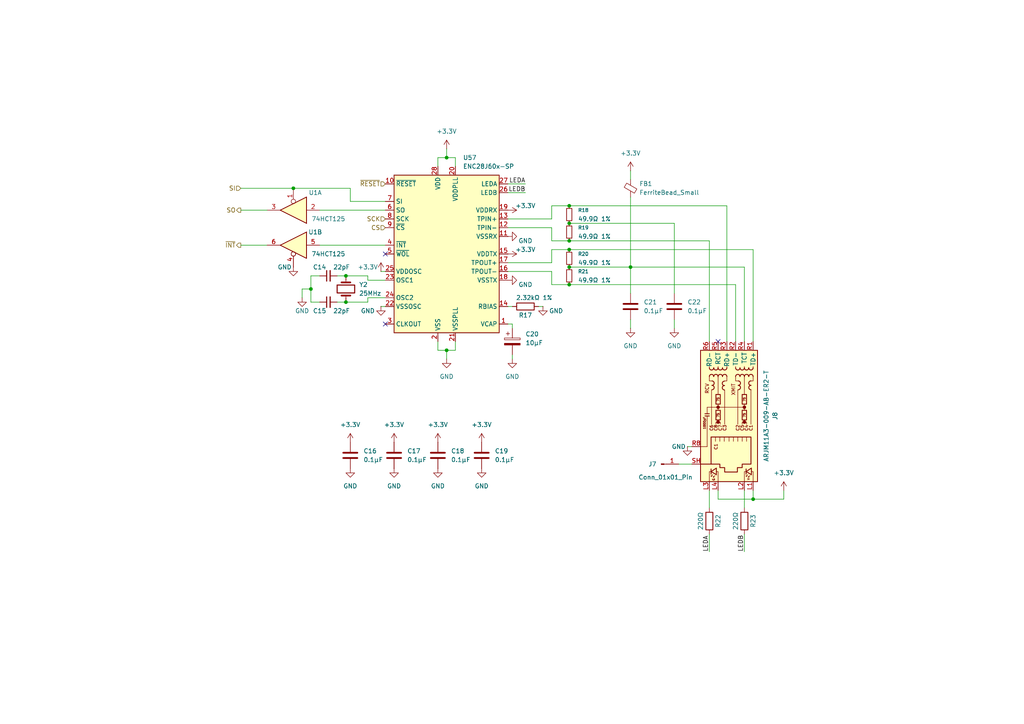
<source format=kicad_sch>
(kicad_sch (version 20250114) (generator "eeschema") (generator_version "9.0")
  (paper "A4")
  (lib_symbols
    (symbol "74xx:74LS125" (pin_names (offset 1.016))
      (property "Reference" "U" (at 0 1.27 0))
      (property "Value" "74LS125" (at 0 -1.27 0))
      (symbol "74LS125_1_0"
        (polyline (pts (xy -3.81 3.81) (xy -3.81 -3.81) (xy 3.81 0) (xy -3.81 3.81)) (stroke (width 0.254)) (fill (type background)))
        (pin input line (at -7.62 0 0) (length 3.81) (name "~") (number "2"))
        (pin input inverted (at 0 -6.35 90) (length 4.445) (name "~") (number "1"))
        (pin tri_state line (at 7.62 0 180) (length 3.81) (name "~") (number "3"))
      )
      (symbol "74LS125_2_0"
        (polyline (pts (xy -3.81 3.81) (xy -3.81 -3.81) (xy 3.81 0) (xy -3.81 3.81)) (stroke (width 0.254)) (fill (type background)))
        (pin input line (at -7.62 0 0) (length 3.81) (name "~") (number "5"))
        (pin input inverted (at 0 -6.35 90) (length 4.445) (name "~") (number "4"))
        (pin tri_state line (at 7.62 0 180) (length 3.81) (name "~") (number "6"))
      )
      (symbol "74LS125_3_0"
        (polyline (pts (xy -3.81 3.81) (xy -3.81 -3.81) (xy 3.81 0) (xy -3.81 3.81)) (stroke (width 0.254)) (fill (type background)))
        (pin input line (at -7.62 0 0) (length 3.81) (name "~") (number "9"))
        (pin input inverted (at 0 -6.35 90) (length 4.445) (name "~") (number "10"))
        (pin tri_state line (at 7.62 0 180) (length 3.81) (name "~") (number "8"))
      )
      (symbol "74LS125_4_0"
        (polyline (pts (xy -3.81 3.81) (xy -3.81 -3.81) (xy 3.81 0) (xy -3.81 3.81)) (stroke (width 0.254)) (fill (type background)))
        (pin input line (at -7.62 0 0) (length 3.81) (name "~") (number "12"))
        (pin input inverted (at 0 -6.35 90) (length 4.445) (name "~") (number "13"))
        (pin tri_state line (at 7.62 0 180) (length 3.81) (name "~") (number "11"))
      )
      (symbol "74LS125_5_0"
        (pin power_in line (at 0 12.7 270) (length 5.08) (name "VCC") (number "14"))
        (pin power_in line (at 0 -12.7 90) (length 5.08) (name "GND") (number "7"))
      )
      (symbol "74LS125_5_1"
        (rectangle (start -5.08 7.62) (end 5.08 -7.62) (stroke (width 0.254)) (fill (type background)))
      )
    )
    (symbol "Connector:Conn_01x01_Pin" (pin_names (offset 1.016) (hide yes))
      (property "Reference" "J" (at 0 2.54 0))
      (property "Value" "Conn_01x01_Pin" (at 0 -2.54 0))
      (symbol "Conn_01x01_Pin_1_1"
        (rectangle (start 0.8636 0.127) (end 0 -0.127) (stroke (width 0.1524)) (fill (type outline)))
        (polyline (pts (xy 1.27 0) (xy 0.8636 0)) (stroke (width 0.1524)))
        (pin passive line (at 5.08 0 180) (length 3.81) (name "Pin_1") (number "1"))
      )
    )
    (symbol "Connector:RJ45_Amphenol_RJMG1BD3B8K1ANR"
      (property "Reference" "J" (at 18.415 10.16 0))
      (property "Value" "RJ45_Amphenol_RJMG1BD3B8K1ANR" (at -19.05 10.16 0))
      (symbol "RJ45_Amphenol_RJMG1BD3B8K1ANR_0_0"
        (circle (center -1.27 5.08) (radius 0.0001) (stroke (width 0.508)))
        (polyline (pts (xy -1.27 5.08) (xy -1.27 -5.715)))
        (circle (center -1.27 -2.54) (radius 0.0001) (stroke (width 0.508)))
        (polyline (pts (xy 0.635 -5.08) (xy 0.635 -6.35)) (stroke (width 0.254)))
        (polyline (pts (xy 1.27 -5.08) (xy 1.27 -6.35)) (stroke (width 0.254)))
        (polyline (pts (xy 3.048 5.08) (xy 2.54 5.08)))
        (circle (center 3.048 5.08) (radius 0.0001) (stroke (width 0.508)))
        (polyline (pts (xy 3.048 -2.54) (xy 2.54 -2.54)))
        (circle (center 3.048 -2.54) (radius 0.0001) (stroke (width 0.508)))
        (polyline (pts (xy 3.683 5.715) (xy 3.048 5.715) (xy 3.048 4.445) (xy 3.683 4.445)))
        (polyline (pts (xy 3.683 -1.905) (xy 3.048 -1.905) (xy 3.048 -3.175) (xy 3.683 -3.175)))
        (polyline (pts (xy 17.399 7.112) (xy 17.399 7.62) (xy 20.32 7.62)))
        (polyline (pts (xy 17.399 -3.048) (xy 17.399 -2.54) (xy 20.32 -2.54)))
        (polyline (pts (xy 20.32 5.08) (xy 17.399 5.08) (xy 17.399 5.588)))
        (polyline (pts (xy 20.32 -5.08) (xy 17.399 -5.08) (xy 17.399 -4.572)))
        (text "XMIT" (at -8.255 1.905 0) (effects (font (size 1.016 1.016)) (justify left)))
        (text "RCV" (at -8.255 -5.715 0) (effects (font (size 1.016 1.016)) (justify left)))
        (text "C1" (at 4.699 6.985 0) (effects (font (size 0.889 0.889))))
        (text "C4" (at 4.699 5.715 0) (effects (font (size 0.889 0.889))))
        (text "C5" (at 4.699 4.445 0) (effects (font (size 0.889 0.889))))
        (text "C2" (at 4.699 3.175 0) (effects (font (size 0.889 0.889))))
        (text "C3" (at 4.699 -0.635 0) (effects (font (size 0.889 0.889))))
        (text "C7" (at 4.699 -1.905 0) (effects (font (size 0.889 0.889))))
        (text "C8" (at 4.699 -3.175 0) (effects (font (size 0.889 0.889))))
        (text "C6" (at 4.699 -4.445 0) (effects (font (size 0.889 0.889))))
        (text "C1" (at 10.16 -3.175 0) (effects (font (size 0.889 0.889))))
      )
      (symbol "RJ45_Amphenol_RJMG1BD3B8K1ANR_0_1"
        (rectangle (start -17.78 8.89) (end 20.32 -7.62) (stroke (width 0.254)) (fill (type background)))
        (polyline (pts (xy -12.7 7.62) (xy -13.081 7.62)))
        (polyline (pts (xy -12.7 5.08) (xy -13.081 5.08)))
        (polyline (pts (xy -12.7 2.54) (xy -13.081 2.54)))
        (polyline (pts (xy -12.7 0) (xy -13.081 0)))
        (polyline (pts (xy -12.7 -2.54) (xy -13.081 -2.54)))
        (polyline (pts (xy -12.7 -5.08) (xy -13.081 -5.08)))
        (polyline (pts (xy -10.16 7.62) (xy -8.89 7.62) (xy -8.89 6.985)))
        (polyline (pts (xy -10.16 0) (xy -8.89 0) (xy -8.89 -0.635)))
        (polyline (pts (xy -8.89 3.175) (xy -8.89 2.54) (xy -10.16 2.54)))
        (polyline (pts (xy -8.89 -4.445) (xy -8.89 -5.08) (xy -10.16 -5.08)))
        (polyline (pts (xy -6.35 6.985) (xy 3.683 6.985)))
        (polyline (pts (xy -6.35 3.175) (xy 3.683 3.175)))
        (polyline (pts (xy -6.35 -4.445) (xy 3.683 -4.445)))
        (polyline (pts (xy -6.223 -0.635) (xy 3.683 -0.635)))
        (polyline (pts (xy -5.08 -2.54) (xy -10.16 -2.54)))
        (polyline (pts (xy -4.953 5.08) (xy -10.16 5.08)))
        (polyline (pts (xy -2.159 5.08) (xy -0.381 5.08)))
        (polyline (pts (xy -2.159 -2.54) (xy -0.381 -2.54)))
        (polyline (pts (xy 0.635 -5.715) (xy -1.27 -5.715)))
        (polyline (pts (xy 7.366 3.175) (xy 8.636 3.175)))
        (polyline (pts (xy 7.366 1.905) (xy 8.636 1.905)))
        (polyline (pts (xy 7.366 0.635) (xy 8.636 0.635)))
        (polyline (pts (xy 7.366 -0.762) (xy 8.636 -0.762)))
        (polyline (pts (xy 7.366 -2.032) (xy 8.636 -2.032)))
        (polyline (pts (xy 8.636 5.715) (xy 7.366 5.715)))
        (polyline (pts (xy 8.636 4.445) (xy 7.366 4.445)))
        (polyline (pts (xy 8.636 -3.302) (xy 7.366 -3.302)))
        (polyline (pts (xy 10.16 -5.715) (xy 1.27 -5.715)))
        (polyline (pts (xy 10.16 -5.715) (xy 10.16 -7.62)))
      )
      (symbol "RJ45_Amphenol_RJMG1BD3B8K1ANR_1_0"
        (text "1000pF" (at 3.302 -6.477 0) (effects (font (size 0.635 0.635))))
      )
      (symbol "RJ45_Amphenol_RJMG1BD3B8K1ANR_1_1"
        (arc (start -12.7 0) (mid -12.0677 -0.635) (end -12.7 -1.27) (stroke (width 0.254)))
        (arc (start -12.6973 7.62) (mid -12.065 6.985) (end -12.6973 6.35) (stroke (width 0.254)))
        (arc (start -12.6973 -1.27) (mid -12.065 -1.905) (end -12.6973 -2.54) (stroke (width 0.254)))
        (arc (start -12.6973 -2.54) (mid -12.065 -3.175) (end -12.6973 -3.81) (stroke (width 0.254)))
        (arc (start -12.6973 -3.81) (mid -12.065 -4.445) (end -12.6973 -5.08) (stroke (width 0.254)))
        (arc (start -12.6946 6.35) (mid -12.0623 5.715) (end -12.6946 5.08) (stroke (width 0.254)))
        (arc (start -12.6946 5.08) (mid -12.0623 4.445) (end -12.6946 3.81) (stroke (width 0.254)))
        (arc (start -12.6946 3.81) (mid -12.0623 3.175) (end -12.6946 2.54) (stroke (width 0.254)))
        (arc (start -10.1654 6.35) (mid -10.7977 6.985) (end -10.1654 7.62) (stroke (width 0.254)))
        (arc (start -10.1654 5.08) (mid -10.7977 5.715) (end -10.1654 6.35) (stroke (width 0.254)))
        (arc (start -10.1654 3.81) (mid -10.7977 4.445) (end -10.1654 5.08) (stroke (width 0.254)))
        (arc (start -10.1654 -1.27) (mid -10.7977 -0.635) (end -10.1654 0) (stroke (width 0.254)))
        (arc (start -10.1654 -2.54) (mid -10.7977 -1.905) (end -10.1654 -1.27) (stroke (width 0.254)))
        (arc (start -10.1654 -3.81) (mid -10.7977 -3.175) (end -10.1654 -2.54) (stroke (width 0.254)))
        (arc (start -10.1627 2.54) (mid -10.795 3.175) (end -10.1627 3.81) (stroke (width 0.254)))
        (arc (start -10.1627 -5.08) (mid -10.795 -4.445) (end -10.1627 -3.81) (stroke (width 0.254)))
        (arc (start -7.62 6.9823) (mid -8.255 6.35) (end -8.89 6.9823) (stroke (width 0.254)))
        (arc (start -8.89 3.3047) (mid -8.255 3.937) (end -7.62 3.3047) (stroke (width 0.254)))
        (arc (start -8.89 -4.3153) (mid -8.255 -3.683) (end -7.62 -4.3153) (stroke (width 0.254)))
        (arc (start -7.5565 -0.7012) (mid -8.1915 -1.3335) (end -8.8265 -0.7012) (stroke (width 0.254)))
        (arc (start -6.35 6.985) (mid -6.985 6.3527) (end -7.62 6.985) (stroke (width 0.254)))
        (arc (start -7.62 3.3074) (mid -6.985 3.9397) (end -6.35 3.3074) (stroke (width 0.254)))
        (arc (start -7.62 -4.3126) (mid -6.985 -3.6803) (end -6.35 -4.3126) (stroke (width 0.254)))
        (arc (start -6.2865 -0.6985) (mid -6.9215 -1.3308) (end -7.5565 -0.6985) (stroke (width 0.254)))
        (rectangle (start -4.953 5.715) (end -2.159 4.445) (stroke (width 0.254)))
        (rectangle (start -4.953 -1.905) (end -2.159 -3.175) (stroke (width 0.254)))
        (rectangle (start -0.381 5.715) (end 2.413 4.445) (stroke (width 0.254)))
        (rectangle (start -0.381 -1.905) (end 2.413 -3.175) (stroke (width 0.254)))
        (polyline (pts (xy 7.366 -4.572) (xy 7.366 6.985) (xy 15.24 6.985) (xy 15.24 4.445) (xy 16.256 4.445) (xy 16.256 3.048) (xy 17.526 3.048) (xy 17.526 -0.635) (xy 16.256 -0.635) (xy 16.256 -2.032) (xy 15.24 -2.032) (xy 15.24 -4.572) (xy 7.366 -4.572)) (stroke (width 0.254)))
        (polyline (pts (xy 15.24 -7.62) (xy 15.24 -4.572)) (stroke (width 0.254)))
        (polyline (pts (xy 18.161 5.588) (xy 16.637 5.588)) (stroke (width 0.254)))
        (polyline (pts (xy 18.161 -4.572) (xy 16.637 -4.572)) (stroke (width 0.254)))
        (polyline (pts (xy 18.288 7.112) (xy 16.383 7.112) (xy 17.399 5.588) (xy 18.288 7.112)) (stroke (width 0.254)))
        (polyline (pts (xy 18.288 6.096) (xy 18.796 5.588) (xy 18.542 5.588)))
        (polyline (pts (xy 18.288 -3.048) (xy 16.383 -3.048) (xy 17.399 -4.572) (xy 18.288 -3.048)) (stroke (width 0.254)))
        (polyline (pts (xy 18.288 -4.064) (xy 18.796 -4.572) (xy 18.542 -4.572)))
        (polyline (pts (xy 18.542 6.731) (xy 19.05 6.223) (xy 18.796 6.223)))
        (polyline (pts (xy 18.542 -3.429) (xy 19.05 -3.937) (xy 18.796 -3.937)))
        (polyline (pts (xy 18.796 5.588) (xy 18.796 5.842)))
        (polyline (pts (xy 18.796 -4.572) (xy 18.796 -4.318)))
        (polyline (pts (xy 19.05 6.223) (xy 19.05 6.477)))
        (polyline (pts (xy 19.05 -3.937) (xy 19.05 -3.683)))
        (text "75" (at -3.556 5.08 0) (effects (font (size 0.635 0.635))))
        (text "75" (at -3.556 -2.54 0) (effects (font (size 0.635 0.635))))
        (text "75" (at 1.016 5.08 0) (effects (font (size 0.635 0.635))))
        (text "75" (at 1.016 -2.54 0) (effects (font (size 0.635 0.635))))
        (text "Y" (at 19.558 6.35 0) (effects (font (size 0.635 0.635))))
        (text "G" (at 19.685 -3.81 0) (effects (font (size 0.635 0.635))))
        (pin passive line (at -20.32 7.62 0) (length 2.54) (name "TD+") (number "R1"))
        (pin passive line (at -20.32 5.08 0) (length 2.54) (name "TCT") (number "R4"))
        (pin passive line (at -20.32 2.54 0) (length 2.54) (name "TD-") (number "R2"))
        (pin passive line (at -20.32 0 0) (length 2.54) (name "RD+") (number "R3"))
        (pin passive line (at -20.32 -2.54 0) (length 2.54) (name "RCT") (number "R5"))
        (pin passive line (at -20.32 -5.08 0) (length 2.54) (name "RD-") (number "R6"))
        (pin power_in line (at 10.16 -10.16 90) (length 2.54) (name "") (number "R8"))
        (pin passive line (at 15.24 -10.16 90) (length 2.54) (name "") (number "SH"))
        (pin no_connect line (at 20.32 0 0) (length 0) (hide yes) (name "NC") (number "R7"))
        (pin passive line (at 22.86 7.62 180) (length 2.54) (name "") (number "L1"))
        (pin passive line (at 22.86 5.08 180) (length 2.54) (name "") (number "L2"))
        (pin passive line (at 22.86 -2.54 180) (length 2.54) (name "") (number "L4"))
        (pin passive line (at 22.86 -5.08 180) (length 2.54) (name "") (number "L3"))
      )
    )
    (symbol "Device:C" (pin_numbers (hide yes)) (pin_names (offset 0.254))
      (property "Reference" "C" (at 0.635 2.54 0))
      (property "Value" "C" (at 0.635 -2.54 0))
      (symbol "C_0_1"
        (polyline (pts (xy -2.032 0.762) (xy 2.032 0.762)) (stroke (width 0.508)))
        (polyline (pts (xy -2.032 -0.762) (xy 2.032 -0.762)) (stroke (width 0.508)))
      )
      (symbol "C_1_1"
        (pin passive line (at 0 3.81 270) (length 2.794) (name "~") (number "1"))
        (pin passive line (at 0 -3.81 90) (length 2.794) (name "~") (number "2"))
      )
    )
    (symbol "Device:C_Polarized" (pin_numbers (hide yes)) (pin_names (offset 0.254))
      (property "Reference" "C" (at 0.635 2.54 0))
      (property "Value" "C_Polarized" (at 0.635 -2.54 0))
      (symbol "C_Polarized_0_1"
        (rectangle (start -2.286 0.508) (end 2.286 1.016))
        (polyline (pts (xy -1.778 2.286) (xy -0.762 2.286)))
        (polyline (pts (xy -1.27 2.794) (xy -1.27 1.778)))
        (rectangle (start 2.286 -0.508) (end -2.286 -1.016) (fill (type outline)))
      )
      (symbol "C_Polarized_1_1"
        (pin passive line (at 0 3.81 270) (length 2.794) (name "~") (number "1"))
        (pin passive line (at 0 -3.81 90) (length 2.794) (name "~") (number "2"))
      )
    )
    (symbol "Device:C_Small" (pin_numbers (hide yes)) (pin_names (offset 0.254) (hide yes))
      (property "Reference" "C" (at 0.254 1.778 0))
      (property "Value" "C_Small" (at 0.254 -2.032 0))
      (symbol "C_Small_0_1"
        (polyline (pts (xy -1.524 0.508) (xy 1.524 0.508)) (stroke (width 0.3048)))
        (polyline (pts (xy -1.524 -0.508) (xy 1.524 -0.508)) (stroke (width 0.3302)))
      )
      (symbol "C_Small_1_1"
        (pin passive line (at 0 2.54 270) (length 2.032) (name "~") (number "1"))
        (pin passive line (at 0 -2.54 90) (length 2.032) (name "~") (number "2"))
      )
    )
    (symbol "Device:Crystal" (pin_numbers (hide yes)) (pin_names (offset 1.016) (hide yes))
      (property "Reference" "Y" (at 0 3.81 0))
      (property "Value" "Crystal" (at 0 -3.81 0))
      (symbol "Crystal_0_1"
        (polyline (pts (xy -2.54 0) (xy -1.905 0)))
        (polyline (pts (xy -1.905 -1.27) (xy -1.905 1.27)) (stroke (width 0.508)))
        (rectangle (start -1.143 2.54) (end 1.143 -2.54) (stroke (width 0.3048)))
        (polyline (pts (xy 1.905 -1.27) (xy 1.905 1.27)) (stroke (width 0.508)))
        (polyline (pts (xy 2.54 0) (xy 1.905 0)))
      )
      (symbol "Crystal_1_1"
        (pin passive line (at -3.81 0 0) (length 1.27) (name "1") (number "1"))
        (pin passive line (at 3.81 0 180) (length 1.27) (name "2") (number "2"))
      )
    )
    (symbol "Device:FerriteBead_Small" (pin_numbers (hide yes)) (pin_names (offset 0))
      (property "Reference" "FB" (at 1.905 1.27 0))
      (property "Value" "FerriteBead_Small" (at 1.905 -1.27 0))
      (symbol "FerriteBead_Small_0_1"
        (polyline (pts (xy -1.8288 0.2794) (xy -1.1176 1.4986) (xy 1.8288 -0.2032) (xy 1.1176 -1.4224) (xy -1.8288 0.2794)))
        (polyline (pts (xy 0 0.889) (xy 0 1.2954)))
        (polyline (pts (xy 0 -1.27) (xy 0 -0.7874)))
      )
      (symbol "FerriteBead_Small_1_1"
        (pin passive line (at 0 2.54 270) (length 1.27) (name "~") (number "1"))
        (pin passive line (at 0 -2.54 90) (length 1.27) (name "~") (number "2"))
      )
    )
    (symbol "Device:R" (pin_numbers (hide yes)) (pin_names (offset 0))
      (property "Reference" "R" (at 2.032 0 90))
      (property "Value" "R" (at 0 0 90))
      (symbol "R_0_1"
        (rectangle (start -1.016 -2.54) (end 1.016 2.54) (stroke (width 0.254)))
      )
      (symbol "R_1_1"
        (pin passive line (at 0 3.81 270) (length 1.27) (name "~") (number "1"))
        (pin passive line (at 0 -3.81 90) (length 1.27) (name "~") (number "2"))
      )
    )
    (symbol "Device:R_Small" (pin_numbers (hide yes)) (pin_names (offset 0.254) (hide yes))
      (property "Reference" "R" (at 0 0 90))
      (property "Value" "R_Small" (at 1.778 0 90))
      (symbol "R_Small_0_1"
        (rectangle (start -0.762 1.778) (end 0.762 -1.778) (stroke (width 0.2032)))
      )
      (symbol "R_Small_1_1"
        (pin passive line (at 0 2.54 270) (length 0.762) (name "~") (number "1"))
        (pin passive line (at 0 -2.54 90) (length 0.762) (name "~") (number "2"))
      )
    )
    (symbol "Interface_Ethernet:ENC28J60x-SP"
      (property "Reference" "U" (at -13.97 24.13 0))
      (property "Value" "ENC28J60x-SP" (at 5.08 24.13 0))
      (symbol "ENC28J60x-SP_0_1"
        (rectangle (start -15.24 22.86) (end 15.24 -22.86) (stroke (width 0.254)) (fill (type background)))
      )
      (symbol "ENC28J60x-SP_1_1"
        (pin input line (at -17.78 20.32 0) (length 2.54) (name "~{RESET}") (number "10"))
        (pin input line (at -17.78 15.24 0) (length 2.54) (name "SI") (number "7"))
        (pin output line (at -17.78 12.7 0) (length 2.54) (name "SO") (number "6"))
        (pin input line (at -17.78 10.16 0) (length 2.54) (name "SCK") (number "8"))
        (pin input line (at -17.78 7.62 0) (length 2.54) (name "~{CS}") (number "9"))
        (pin output line (at -17.78 2.54 0) (length 2.54) (name "~{INT}") (number "4"))
        (pin output line (at -17.78 0 0) (length 2.54) (name "~{WOL}") (number "5"))
        (pin power_in line (at -17.78 -5.08 0) (length 2.54) (name "VDDOSC") (number "25"))
        (pin input line (at -17.78 -7.62 0) (length 2.54) (name "OSC1") (number "23"))
        (pin input line (at -17.78 -12.7 0) (length 2.54) (name "OSC2") (number "24"))
        (pin power_in line (at -17.78 -15.24 0) (length 2.54) (name "VSSOSC") (number "22"))
        (pin output line (at -17.78 -20.32 0) (length 2.54) (name "CLKOUT") (number "3"))
        (pin power_in line (at -2.54 25.4 270) (length 2.54) (name "VDD") (number "28"))
        (pin power_in line (at -2.54 -25.4 90) (length 2.54) (name "VSS") (number "2"))
        (pin power_in line (at 2.54 25.4 270) (length 2.54) (name "VDDPLL") (number "20"))
        (pin power_in line (at 2.54 -25.4 90) (length 2.54) (name "VSSPLL") (number "21"))
        (pin output line (at 17.78 20.32 180) (length 2.54) (name "LEDA") (number "27"))
        (pin output line (at 17.78 17.78 180) (length 2.54) (name "LEDB") (number "26"))
        (pin power_in line (at 17.78 12.7 180) (length 2.54) (name "VDDRX") (number "19"))
        (pin input line (at 17.78 10.16 180) (length 2.54) (name "TPIN+") (number "13"))
        (pin input line (at 17.78 7.62 180) (length 2.54) (name "TPIN-") (number "12"))
        (pin power_in line (at 17.78 5.08 180) (length 2.54) (name "VSSRX") (number "11"))
        (pin power_in line (at 17.78 0 180) (length 2.54) (name "VDDTX") (number "15"))
        (pin output line (at 17.78 -2.54 180) (length 2.54) (name "TPOUT+") (number "17"))
        (pin output line (at 17.78 -5.08 180) (length 2.54) (name "TPOUT-") (number "16"))
        (pin power_in line (at 17.78 -7.62 180) (length 2.54) (name "VSSTX") (number "18"))
        (pin input line (at 17.78 -15.24 180) (length 2.54) (name "RBIAS") (number "14"))
        (pin input line (at 17.78 -20.32 180) (length 2.54) (name "VCAP") (number "1"))
      )
    )
    (symbol "power:+3.3V" (power) (pin_numbers (hide yes)) (pin_names (offset 0) (hide yes))
      (property "Value" "+3.3V" (at 0 3.556 0))
      (symbol "+3.3V_0_1"
        (polyline (pts (xy -0.762 1.27) (xy 0 2.54)))
        (polyline (pts (xy 0 2.54) (xy 0.762 1.27)))
        (polyline (pts (xy 0 0) (xy 0 2.54)))
      )
      (symbol "+3.3V_1_1"
        (pin power_in line (at 0 0 90) (length 0) (name "~") (number "1"))
      )
    )
    (symbol "power:GND" (power) (pin_numbers (hide yes)) (pin_names (offset 0) (hide yes))
      (property "Value" "GND" (at 0 -3.81 0))
      (symbol "GND_0_1"
        (polyline (pts (xy 0 0) (xy 0 -1.27) (xy 1.27 -1.27) (xy 0 -2.54) (xy -1.27 -1.27) (xy 0 -1.27)))
      )
      (symbol "GND_1_1"
        (pin power_in line (at 0 0 270) (length 0) (name "~") (number "1"))
      )
    )
  )
  (junction (at 85.09 54.61))
  (junction (at 182.88 77.47))
  (junction (at 90.17 83.82))
  (junction (at 165.1 59.69))
  (junction (at 165.1 72.39))
  (junction (at 100.33 80.01))
  (junction (at 129.54 101.6))
  (junction (at 129.54 45.72))
  (junction (at 165.1 69.85))
  (junction (at 218.44 144.78))
  (junction (at 165.1 77.47))
  (junction (at 100.33 87.63))
  (junction (at 165.1 82.55))
  (junction (at 165.1 64.77))
  (no_connect (at 208.28 99.06))
  (no_connect (at 111.76 73.66))
  (no_connect (at 111.76 93.98))
  (wire (pts (xy 90.17 83.82) (xy 90.17 80.01)))
  (wire (pts (xy 147.32 63.5) (xy 160.02 63.5)))
  (wire (pts (xy 182.88 57.15) (xy 182.88 77.47)))
  (wire (pts (xy 160.02 78.74) (xy 160.02 82.55)))
  (wire (pts (xy 132.08 101.6) (xy 132.08 99.06)))
  (wire (pts (xy 106.68 81.28) (xy 106.68 80.01)))
  (wire (pts (xy 213.36 82.55) (xy 213.36 99.06)))
  (wire (pts (xy 90.17 83.82) (xy 87.63 83.82)))
  (wire (pts (xy 129.54 101.6) (xy 132.08 101.6)))
  (wire (pts (xy 165.1 69.85) (xy 205.74 69.85)))
  (wire (pts (xy 101.6 54.61) (xy 101.6 58.42)))
  (wire (pts (xy 87.63 83.82) (xy 87.63 86.36)))
  (wire (pts (xy 218.44 144.78) (xy 208.28 144.78)))
  (wire (pts (xy 148.59 102.87) (xy 148.59 104.14)))
  (wire (pts (xy 160.02 69.85) (xy 165.1 69.85)))
  (wire (pts (xy 111.76 81.28) (xy 106.68 81.28)))
  (wire (pts (xy 110.49 88.9) (xy 111.76 88.9)))
  (wire (pts (xy 227.33 144.78) (xy 218.44 144.78)))
  (wire (pts (xy 199.39 129.54) (xy 200.66 129.54)))
  (wire (pts (xy 101.6 58.42) (xy 111.76 58.42)))
  (wire (pts (xy 165.1 77.47) (xy 182.88 77.47)))
  (wire (pts (xy 147.32 93.98) (xy 148.59 93.98)))
  (wire (pts (xy 69.85 60.96) (xy 77.47 60.96)))
  (wire (pts (xy 208.28 144.78) (xy 208.28 142.24)))
  (wire (pts (xy 106.68 86.36) (xy 106.68 87.63)))
  (wire (pts (xy 92.71 60.96) (xy 111.76 60.96)))
  (wire (pts (xy 210.82 59.69) (xy 210.82 99.06)))
  (wire (pts (xy 106.68 87.63) (xy 100.33 87.63)))
  (wire (pts (xy 127 45.72) (xy 129.54 45.72)))
  (wire (pts (xy 90.17 80.01) (xy 92.71 80.01)))
  (wire (pts (xy 160.02 72.39) (xy 165.1 72.39)))
  (wire (pts (xy 110.49 78.74) (xy 111.76 78.74)))
  (wire (pts (xy 147.32 78.74) (xy 160.02 78.74)))
  (wire (pts (xy 182.88 92.71) (xy 182.88 95.25)))
  (wire (pts (xy 215.9 77.47) (xy 215.9 99.06)))
  (wire (pts (xy 85.09 54.61) (xy 101.6 54.61)))
  (wire (pts (xy 129.54 43.18) (xy 129.54 45.72)))
  (wire (pts (xy 160.02 76.2) (xy 160.02 72.39)))
  (wire (pts (xy 127 99.06) (xy 127 101.6)))
  (wire (pts (xy 196.85 134.62) (xy 200.66 134.62)))
  (wire (pts (xy 147.32 66.04) (xy 160.02 66.04)))
  (wire (pts (xy 215.9 142.24) (xy 215.9 147.32)))
  (wire (pts (xy 92.71 71.12) (xy 111.76 71.12)))
  (wire (pts (xy 129.54 45.72) (xy 132.08 45.72)))
  (wire (pts (xy 132.08 45.72) (xy 132.08 48.26)))
  (wire (pts (xy 160.02 82.55) (xy 165.1 82.55)))
  (wire (pts (xy 111.76 86.36) (xy 106.68 86.36)))
  (wire (pts (xy 148.59 88.9) (xy 147.32 88.9)))
  (wire (pts (xy 97.79 80.01) (xy 100.33 80.01)))
  (wire (pts (xy 182.88 49.53) (xy 182.88 52.07)))
  (wire (pts (xy 195.58 92.71) (xy 195.58 95.25)))
  (wire (pts (xy 182.88 77.47) (xy 182.88 85.09)))
  (wire (pts (xy 92.71 87.63) (xy 90.17 87.63)))
  (wire (pts (xy 127 48.26) (xy 127 45.72)))
  (wire (pts (xy 205.74 142.24) (xy 205.74 147.32)))
  (wire (pts (xy 90.17 87.63) (xy 90.17 83.82)))
  (wire (pts (xy 227.33 142.24) (xy 227.33 144.78)))
  (wire (pts (xy 165.1 72.39) (xy 218.44 72.39)))
  (wire (pts (xy 182.88 77.47) (xy 215.9 77.47)))
  (wire (pts (xy 147.32 55.88) (xy 152.4 55.88)))
  (wire (pts (xy 69.85 71.12) (xy 77.47 71.12)))
  (wire (pts (xy 127 101.6) (xy 129.54 101.6)))
  (wire (pts (xy 106.68 80.01) (xy 100.33 80.01)))
  (wire (pts (xy 215.9 154.94) (xy 215.9 160.02)))
  (wire (pts (xy 148.59 93.98) (xy 148.59 95.25)))
  (wire (pts (xy 218.44 72.39) (xy 218.44 99.06)))
  (wire (pts (xy 195.58 64.77) (xy 195.58 85.09)))
  (wire (pts (xy 160.02 63.5) (xy 160.02 59.69)))
  (wire (pts (xy 160.02 66.04) (xy 160.02 69.85)))
  (wire (pts (xy 165.1 64.77) (xy 195.58 64.77)))
  (wire (pts (xy 147.32 53.34) (xy 152.4 53.34)))
  (wire (pts (xy 97.79 87.63) (xy 100.33 87.63)))
  (wire (pts (xy 165.1 59.69) (xy 210.82 59.69)))
  (wire (pts (xy 69.85 54.61) (xy 85.09 54.61)))
  (wire (pts (xy 165.1 82.55) (xy 213.36 82.55)))
  (wire (pts (xy 160.02 59.69) (xy 165.1 59.69)))
  (wire (pts (xy 129.54 101.6) (xy 129.54 104.14)))
  (wire (pts (xy 205.74 69.85) (xy 205.74 99.06)))
  (wire (pts (xy 218.44 144.78) (xy 218.44 142.24)))
  (wire (pts (xy 147.32 76.2) (xy 160.02 76.2)))
  (wire (pts (xy 157.48 88.9) (xy 156.21 88.9)))
  (wire (pts (xy 205.74 154.94) (xy 205.74 160.02)))
  (label "LEDA" (at 152.4 53.34 180))
  (label "LEDB" (at 215.9 160.02 90))
  (label "LEDB" (at 152.4 55.88 180))
  (label "LEDA" (at 205.74 160.02 90))
  (hierarchical_label "SI" (shape input) (at 69.85 54.61 180))
  (hierarchical_label "~{RESET}" (shape input) (at 111.76 53.34 180))
  (hierarchical_label "~{INT}" (shape output) (at 69.85 71.12 180))
  (hierarchical_label "CS" (shape input) (at 111.76 66.04 180))
  (hierarchical_label "SCK" (shape input) (at 111.76 63.5 180))
  (hierarchical_label "SO" (shape output) (at 69.85 60.96 180))
  (symbol (lib_id "power:+3.3V") (at 127 128.27 0) (unit 1)
    (property "Reference" "#PWR0227" (effects (hide yes)))
    (property "Value" "+3.3V" (at 127 123.19 0))
    (property "Description" "Power symbol creates a global label with name \"+3.3V\"" (effects (hide yes)))
  )
  (symbol (lib_id "power:GND") (at 87.63 86.36 0) (unit 1)
    (property "Reference" "#PWR0220" (effects (hide yes)))
    (property "Value" "GND" (at 87.63 90.17 0))
    (property "Description" "Power symbol creates a global label with name \"GND\" , ground" (effects (hide yes)))
  )
  (symbol (lib_id "power:GND") (at 101.6 135.89 0) (unit 1)
    (property "Reference" "#PWR0222" (effects (hide yes)))
    (property "Value" "GND" (at 101.6 140.97 0))
    (property "Description" "Power symbol creates a global label with name \"GND\" , ground" (effects (hide yes)))
  )
  (symbol (lib_id "power:GND") (at 114.3 135.89 0) (unit 1)
    (property "Reference" "#PWR0226" (effects (hide yes)))
    (property "Value" "GND" (at 114.3 140.97 0))
    (property "Description" "Power symbol creates a global label with name \"GND\" , ground" (effects (hide yes)))
  )
  (symbol (lib_id "power:+3.3V") (at 147.32 60.96 270) (mirror x) (unit 1)
    (property "Reference" "#PWR0233" (effects (hide yes)))
    (property "Value" "+3.3V" (at 152.4 59.69 90))
    (property "Description" "Power symbol creates a global label with name \"+3.3V\"" (effects (hide yes)))
  )
  (symbol (lib_id "power:GND") (at 110.49 88.9 0) (unit 1)
    (property "Reference" "#PWR0224" (effects (hide yes)))
    (property "Value" "GND" (at 106.68 90.17 0))
    (property "Description" "Power symbol creates a global label with name \"GND\" , ground" (effects (hide yes)))
  )
  (symbol (lib_id "Device:C") (at 101.6 132.08 0) (unit 1)
    (property "Reference" "C16" (at 105.41 130.81 0) (effects (justify left)))
    (property "Value" "0.1µF" (at 105.41 133.35 0) (effects (justify left)))
    (property "Description" "Unpolarized capacitor" (effects (hide yes)))
  )
  (symbol (lib_id "Device:R_Small") (at 165.1 74.93 0) (unit 1)
    (property "Reference" "R20" (at 167.64 73.6599 0) (effects (font (size 1.016 1.016)) (justify left)))
    (property "Value" "49.9Ω 1%" (at 167.64 76.1999 0) (effects (justify left)))
    (property "Description" "Resistor, small symbol" (effects (hide yes)))
  )
  (symbol (lib_id "power:GND") (at 147.32 81.28 90) (mirror x) (unit 1)
    (property "Reference" "#PWR0236" (effects (hide yes)))
    (property "Value" "GND" (at 152.4 82.55 90))
    (property "Description" "Power symbol creates a global label with name \"GND\" , ground" (effects (hide yes)))
  )
  (symbol (lib_id "74xx:74LS125") (at 85.09 71.12 0) (mirror y) (unit 2)
    (property "Reference" "U1" (at 91.44 67.31 0))
    (property "Value" "74HCT125" (at 95.25 73.66 0))
    (property "Datasheet" "http://www.ti.com/lit/gpn/sn74LS125" (effects (hide yes)))
    (property "Description" "Quad buffer 3-State outputs" (effects (hide yes)))
  )
  (symbol (lib_id "power:+3.3V") (at 182.88 49.53 0) (mirror y) (unit 1)
    (property "Reference" "#PWR0239" (effects (hide yes)))
    (property "Value" "+3.3V" (at 182.88 44.45 0))
    (property "Description" "Power symbol creates a global label with name \"+3.3V\"" (effects (hide yes)))
  )
  (symbol (lib_id "Device:R_Small") (at 165.1 62.23 0) (unit 1)
    (property "Reference" "R18" (at 167.64 60.9599 0) (effects (font (size 1.016 1.016)) (justify left)))
    (property "Value" "49.9Ω 1%" (at 167.64 63.4999 0) (effects (justify left)))
    (property "Description" "Resistor, small symbol" (effects (hide yes)))
  )
  (symbol (lib_id "Device:C") (at 127 132.08 0) (unit 1)
    (property "Reference" "C18" (at 130.81 130.81 0) (effects (justify left)))
    (property "Value" "0.1µF" (at 130.81 133.35 0) (effects (justify left)))
    (property "Description" "Unpolarized capacitor" (effects (hide yes)))
  )
  (symbol (lib_id "Connector:Conn_01x01_Pin") (at 191.77 134.62 0) (mirror x) (unit 1)
    (property "Reference" "J7" (at 189.23 134.62 0))
    (property "Value" "Conn_01x01_Pin" (at 193.04 138.43 0))
    (property "Description" "Generic connector, single row, 01x01, script generated" (effects (hide yes)))
  )
  (symbol (lib_id "Device:FerriteBead_Small") (at 182.88 54.61 0) (unit 1)
    (property "Reference" "FB1" (at 185.42 53.3018 0) (effects (justify left)))
    (property "Value" "FerriteBead_Small" (at 185.42 55.8418 0) (effects (justify left)))
    (property "Description" "Ferrite bead, small symbol" (effects (hide yes)))
  )
  (symbol (lib_id "Device:C_Small") (at 95.25 80.01 90) (unit 1)
    (property "Reference" "C14" (at 92.71 77.47 90))
    (property "Value" "22pF" (at 99.06 77.47 90))
    (property "Description" "Unpolarized capacitor, small symbol" (effects (hide yes)))
  )
  (symbol (lib_id "power:GND") (at 147.32 68.58 90) (mirror x) (unit 1)
    (property "Reference" "#PWR0234" (effects (hide yes)))
    (property "Value" "GND" (at 152.4 69.85 90))
    (property "Description" "Power symbol creates a global label with name \"GND\" , ground" (effects (hide yes)))
  )
  (symbol (lib_id "Device:R") (at 205.74 151.13 0) (unit 1)
    (property "Reference" "R22" (at 208.28 151.13 90))
    (property "Value" "220Ω" (at 203.2 151.13 90))
    (property "Description" "Resistor" (effects (hide yes)))
  )
  (symbol (lib_id "power:GND") (at 182.88 95.25 0) (unit 1)
    (property "Reference" "#PWR0240" (effects (hide yes)))
    (property "Value" "GND" (at 182.88 100.33 0))
    (property "Description" "Power symbol creates a global label with name \"GND\" , ground" (effects (hide yes)))
  )
  (symbol (lib_id "power:GND") (at 139.7 135.89 0) (unit 1)
    (property "Reference" "#PWR0232" (effects (hide yes)))
    (property "Value" "GND" (at 139.7 140.97 0))
    (property "Description" "Power symbol creates a global label with name \"GND\" , ground" (effects (hide yes)))
  )
  (symbol (lib_id "power:GND") (at 127 135.89 0) (unit 1)
    (property "Reference" "#PWR0228" (effects (hide yes)))
    (property "Value" "GND" (at 127 140.97 0))
    (property "Description" "Power symbol creates a global label with name \"GND\" , ground" (effects (hide yes)))
  )
  (symbol (lib_id "power:+3.3V") (at 227.33 142.24 0) (mirror y) (unit 1)
    (property "Reference" "#PWR0243" (effects (hide yes)))
    (property "Value" "+3.3V" (at 227.33 137.16 0))
    (property "Description" "Power symbol creates a global label with name \"+3.3V\"" (effects (hide yes)))
  )
  (symbol (lib_id "power:+3.3V") (at 129.54 43.18 0) (unit 1)
    (property "Reference" "#PWR0229" (effects (hide yes)))
    (property "Value" "+3.3V" (at 129.54 38.1 0))
    (property "Description" "Power symbol creates a global label with name \"+3.3V\"" (effects (hide yes)))
  )
  (symbol (lib_id "Device:C_Polarized") (at 148.59 99.06 0) (unit 1)
    (property "Reference" "C20" (at 152.4 96.9009 0) (effects (justify left)))
    (property "Value" "10µF" (at 152.4 99.4409 0) (effects (justify left)))
    (property "Description" "Polarized capacitor" (effects (hide yes)))
  )
  (symbol (lib_id "power:+3.3V") (at 114.3 128.27 0) (unit 1)
    (property "Reference" "#PWR0225" (effects (hide yes)))
    (property "Value" "+3.3V" (at 114.3 123.19 0))
    (property "Description" "Power symbol creates a global label with name \"+3.3V\"" (effects (hide yes)))
  )
  (symbol (lib_id "Device:R_Small") (at 165.1 67.31 0) (unit 1)
    (property "Reference" "R19" (at 167.64 66.0399 0) (effects (font (size 1.016 1.016)) (justify left)))
    (property "Value" "49.9Ω 1%" (at 167.64 68.5799 0) (effects (justify left)))
    (property "Description" "Resistor, small symbol" (effects (hide yes)))
  )
  (symbol (lib_id "Device:C") (at 139.7 132.08 0) (unit 1)
    (property "Reference" "C19" (at 143.51 130.81 0) (effects (justify left)))
    (property "Value" "0.1µF" (at 143.51 133.35 0) (effects (justify left)))
    (property "Description" "Unpolarized capacitor" (effects (hide yes)))
  )
  (symbol (lib_id "power:GND") (at 157.48 88.9 0) (unit 1)
    (property "Reference" "#PWR0238" (effects (hide yes)))
    (property "Value" "GND" (at 161.29 90.17 0))
    (property "Description" "Power symbol creates a global label with name \"GND\" , ground" (effects (hide yes)))
  )
  (symbol (lib_id "Device:C") (at 114.3 132.08 0) (unit 1)
    (property "Reference" "C17" (at 118.11 130.81 0) (effects (justify left)))
    (property "Value" "0.1µF" (at 118.11 133.35 0) (effects (justify left)))
    (property "Description" "Unpolarized capacitor" (effects (hide yes)))
  )
  (symbol (lib_id "power:+3.3V") (at 101.6 128.27 0) (unit 1)
    (property "Reference" "#PWR0221" (effects (hide yes)))
    (property "Value" "+3.3V" (at 101.6 123.19 0))
    (property "Description" "Power symbol creates a global label with name \"+3.3V\"" (effects (hide yes)))
  )
  (symbol (lib_id "power:GND") (at 129.54 104.14 0) (unit 1)
    (property "Reference" "#PWR0230" (effects (hide yes)))
    (property "Value" "GND" (at 129.54 109.22 0))
    (property "Description" "Power symbol creates a global label with name \"GND\" , ground" (effects (hide yes)))
  )
  (symbol (lib_id "Device:R") (at 215.9 151.13 0) (unit 1)
    (property "Reference" "R23" (at 218.44 151.13 90))
    (property "Value" "220Ω" (at 213.36 151.13 90))
    (property "Description" "Resistor" (effects (hide yes)))
  )
  (symbol (lib_id "Device:C") (at 182.88 88.9 0) (unit 1)
    (property "Reference" "C21" (at 186.69 87.63 0) (effects (justify left)))
    (property "Value" "0.1µF" (at 186.69 90.17 0) (effects (justify left)))
    (property "Description" "Unpolarized capacitor" (effects (hide yes)))
  )
  (symbol (lib_id "power:GND") (at 85.09 77.47 0) (unit 1)
    (property "Reference" "#PWR0219" (effects (hide yes)))
    (property "Value" "GND" (at 82.55 77.47 0))
    (property "Description" "Power symbol creates a global label with name \"GND\" , ground" (effects (hide yes)))
  )
  (symbol (lib_id "power:GND") (at 148.59 104.14 0) (unit 1)
    (property "Reference" "#PWR0237" (effects (hide yes)))
    (property "Value" "GND" (at 148.59 109.22 0))
    (property "Description" "Power symbol creates a global label with name \"GND\" , ground" (effects (hide yes)))
  )
  (symbol (lib_id "Device:C_Small") (at 95.25 87.63 90) (mirror x) (unit 1)
    (property "Reference" "C15" (at 92.71 90.17 90))
    (property "Value" "22pF" (at 99.06 90.17 90))
    (property "Description" "Unpolarized capacitor, small symbol" (effects (hide yes)))
  )
  (symbol (lib_id "power:+3.3V") (at 147.32 73.66 270) (mirror x) (unit 1)
    (property "Reference" "#PWR0235" (effects (hide yes)))
    (property "Value" "+3.3V" (at 152.4 72.39 90))
    (property "Description" "Power symbol creates a global label with name \"+3.3V\"" (effects (hide yes)))
  )
  (symbol (lib_id "Interface_Ethernet:ENC28J60x-SP") (at 129.54 73.66 0) (unit 1)
    (property "Reference" "U57" (at 134.2741 45.72 0) (effects (justify left)))
    (property "Value" "ENC28J60x-SP" (at 134.2741 48.26 0) (effects (justify left)))
    (property "Footprint" "Package_DIP:DIP-28_W7.62mm" (effects (hide yes)))
    (property "Datasheet" "http://ww1.microchip.com/downloads/en/devicedoc/39662e.pdf" (effects (hide yes)))
    (property "Description" "ENC28J60 Single Chip Ethernet Interface, DIP-28" (effects (hide yes)))
  )
  (symbol (lib_id "power:GND") (at 195.58 95.25 0) (unit 1)
    (property "Reference" "#PWR0241" (effects (hide yes)))
    (property "Value" "GND" (at 195.58 100.33 0))
    (property "Description" "Power symbol creates a global label with name \"GND\" , ground" (effects (hide yes)))
  )
  (symbol (lib_id "Device:R") (at 152.4 88.9 270) (unit 1)
    (property "Reference" "R17" (at 152.4 91.44 90))
    (property "Value" "2.32kΩ 1%" (at 154.94 86.36 90))
    (property "Description" "Resistor" (effects (hide yes)))
  )
  (symbol (lib_id "power:GND") (at 199.39 129.54 0) (unit 1)
    (property "Reference" "#PWR0242" (effects (hide yes)))
    (property "Value" "GND" (at 196.85 129.54 0))
    (property "Description" "Power symbol creates a global label with name \"GND\" , ground" (effects (hide yes)))
  )
  (symbol (lib_id "Device:Crystal") (at 100.33 83.82 90) (unit 1)
    (property "Reference" "Y2" (at 104.14 82.5499 90) (effects (justify right)))
    (property "Value" "25MHz" (at 104.14 85.0899 90) (effects (justify right)))
    (property "Description" "Two pin crystal" (effects (hide yes)))
  )
  (symbol (lib_id "power:+3.3V") (at 110.49 78.74 0) (unit 1)
    (property "Reference" "#PWR0223" (effects (hide yes)))
    (property "Value" "+3.3V" (at 106.68 77.47 0))
    (property "Description" "Power symbol creates a global label with name \"+3.3V\"" (effects (hide yes)))
  )
  (symbol (lib_id "Connector:RJ45_Amphenol_RJMG1BD3B8K1ANR") (at 210.82 119.38 270) (unit 1)
    (property "Reference" "J8" (at 224.79 120.65 0))
    (property "Value" "ARJM11A3-009-AB-ER2-T" (at 222.25 120.65 0))
    (property "Footprint" "Connector_RJ:RJ45_Amphenol_RJMG1BD3B8K1ANR" (effects (hide yes)))
    (property "Datasheet" "https://www.amphenol-cs.com/media/wysiwyg/files/drawing/rjmg1bd3b8k1anr.pdf" (effects (hide yes)))
    (property "Description" "1 Port RJ45 Magjack Connector Through Hole 10/100 Base-T, AutoMDIX" (effects (hide yes)))
  )
  (symbol (lib_id "Device:C") (at 195.58 88.9 0) (unit 1)
    (property "Reference" "C22" (at 199.39 87.6299 0) (effects (justify left)))
    (property "Value" "0.1µF" (at 199.39 90.1699 0) (effects (justify left)))
    (property "Description" "Unpolarized capacitor" (effects (hide yes)))
  )
  (symbol (lib_id "Device:R_Small") (at 165.1 80.01 0) (unit 1)
    (property "Reference" "R21" (at 167.64 78.7399 0) (effects (font (size 1.016 1.016)) (justify left)))
    (property "Value" "49.9Ω 1%" (at 167.64 81.2799 0) (effects (justify left)))
    (property "Description" "Resistor, small symbol" (effects (hide yes)))
  )
  (symbol (lib_id "74xx:74LS125") (at 85.09 60.96 180) (unit 1)
    (property "Reference" "U1" (at 91.44 55.88 0))
    (property "Value" "74HCT125" (at 95.25 63.5 0))
    (property "Datasheet" "http://www.ti.com/lit/gpn/sn74LS125" (effects (hide yes)))
    (property "Description" "Quad buffer 3-State outputs" (effects (hide yes)))
  )
  (symbol (lib_id "power:+3.3V") (at 139.7 128.27 0) (unit 1)
    (property "Reference" "#PWR0231" (effects (hide yes)))
    (property "Value" "+3.3V" (at 139.7 123.19 0))
    (property "Description" "Power symbol creates a global label with name \"+3.3V\"" (effects (hide yes)))
  )
)
</source>
